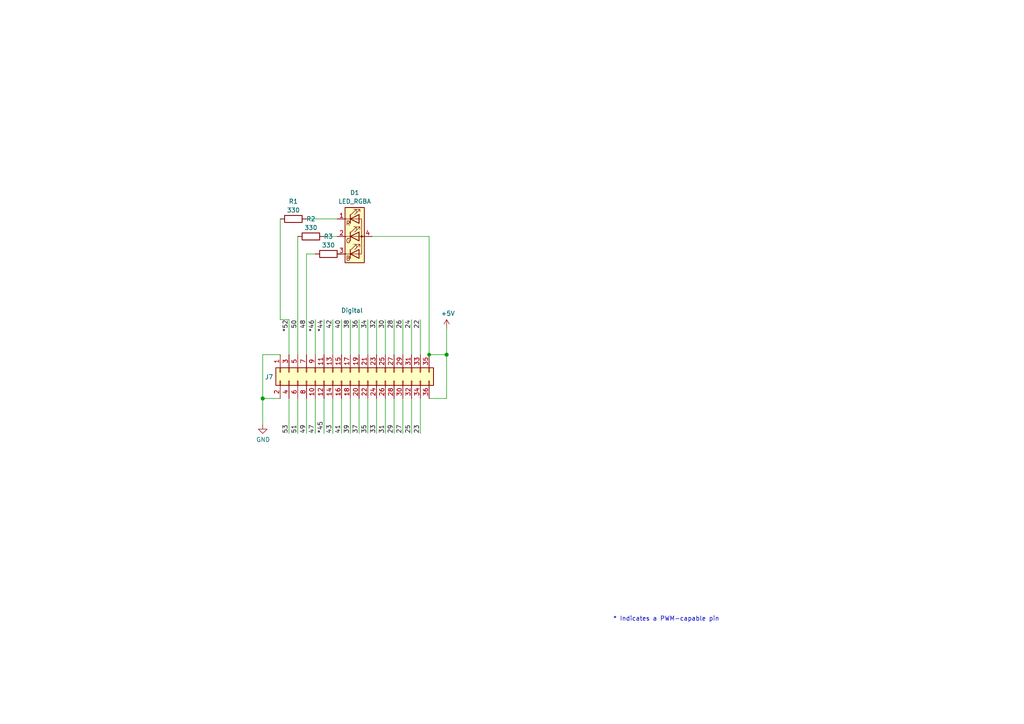
<source format=kicad_sch>
(kicad_sch (version 20230121) (generator eeschema)
  (paper "A4")
  (title_block (date "mar. 31 mars 2015"))
  (lib_symbols
    (symbol "Connector_Generic:Conn_02x18_Odd_Even" (pin_names (offset 1.016) hide)
      (property "Reference" "J" (at 1.27 22.86 0))
      (property "Value" "Conn_02x18_Odd_Even" (at 1.27 -25.4 0))
      (symbol "Conn_02x18_Odd_Even_1_1"
        (rectangle (start -1.27 -22.733) (end 0 -22.987) (stroke (width 0.1524)))
        (rectangle (start -1.27 -20.193) (end 0 -20.447) (stroke (width 0.1524)))
        (rectangle (start -1.27 -17.653) (end 0 -17.907) (stroke (width 0.1524)))
        (rectangle (start -1.27 -15.113) (end 0 -15.367) (stroke (width 0.1524)))
        (rectangle (start -1.27 -12.573) (end 0 -12.827) (stroke (width 0.1524)))
        (rectangle (start -1.27 -10.033) (end 0 -10.287) (stroke (width 0.1524)))
        (rectangle (start -1.27 -7.493) (end 0 -7.747) (stroke (width 0.1524)))
        (rectangle (start -1.27 -4.953) (end 0 -5.207) (stroke (width 0.1524)))
        (rectangle (start -1.27 -2.413) (end 0 -2.667) (stroke (width 0.1524)))
        (rectangle (start -1.27 0.127) (end 0 -0.127) (stroke (width 0.1524)))
        (rectangle (start -1.27 2.667) (end 0 2.413) (stroke (width 0.1524)))
        (rectangle (start -1.27 5.207) (end 0 4.953) (stroke (width 0.1524)))
        (rectangle (start -1.27 7.747) (end 0 7.493) (stroke (width 0.1524)))
        (rectangle (start -1.27 10.287) (end 0 10.033) (stroke (width 0.1524)))
        (rectangle (start -1.27 12.827) (end 0 12.573) (stroke (width 0.1524)))
        (rectangle (start -1.27 15.367) (end 0 15.113) (stroke (width 0.1524)))
        (rectangle (start -1.27 17.907) (end 0 17.653) (stroke (width 0.1524)))
        (rectangle (start -1.27 20.447) (end 0 20.193) (stroke (width 0.1524)))
        (rectangle (start -1.27 21.59) (end 3.81 -24.13) (stroke (width 0.254)) (fill (type background)))
        (rectangle (start 3.81 -22.733) (end 2.54 -22.987) (stroke (width 0.1524)))
        (rectangle (start 3.81 -20.193) (end 2.54 -20.447) (stroke (width 0.1524)))
        (rectangle (start 3.81 -17.653) (end 2.54 -17.907) (stroke (width 0.1524)))
        (rectangle (start 3.81 -15.113) (end 2.54 -15.367) (stroke (width 0.1524)))
        (rectangle (start 3.81 -12.573) (end 2.54 -12.827) (stroke (width 0.1524)))
        (rectangle (start 3.81 -10.033) (end 2.54 -10.287) (stroke (width 0.1524)))
        (rectangle (start 3.81 -7.493) (end 2.54 -7.747) (stroke (width 0.1524)))
        (rectangle (start 3.81 -4.953) (end 2.54 -5.207) (stroke (width 0.1524)))
        (rectangle (start 3.81 -2.413) (end 2.54 -2.667) (stroke (width 0.1524)))
        (rectangle (start 3.81 0.127) (end 2.54 -0.127) (stroke (width 0.1524)))
        (rectangle (start 3.81 2.667) (end 2.54 2.413) (stroke (width 0.1524)))
        (rectangle (start 3.81 5.207) (end 2.54 4.953) (stroke (width 0.1524)))
        (rectangle (start 3.81 7.747) (end 2.54 7.493) (stroke (width 0.1524)))
        (rectangle (start 3.81 10.287) (end 2.54 10.033) (stroke (width 0.1524)))
        (rectangle (start 3.81 12.827) (end 2.54 12.573) (stroke (width 0.1524)))
        (rectangle (start 3.81 15.367) (end 2.54 15.113) (stroke (width 0.1524)))
        (rectangle (start 3.81 17.907) (end 2.54 17.653) (stroke (width 0.1524)))
        (rectangle (start 3.81 20.447) (end 2.54 20.193) (stroke (width 0.1524)))
        (pin passive line (at -5.08 20.32 0) (length 3.81) (name "Pin_1") (number "1"))
        (pin passive line (at 7.62 10.16 180) (length 3.81) (name "Pin_10") (number "10"))
        (pin passive line (at -5.08 7.62 0) (length 3.81) (name "Pin_11") (number "11"))
        (pin passive line (at 7.62 7.62 180) (length 3.81) (name "Pin_12") (number "12"))
        (pin passive line (at -5.08 5.08 0) (length 3.81) (name "Pin_13") (number "13"))
        (pin passive line (at 7.62 5.08 180) (length 3.81) (name "Pin_14") (number "14"))
        (pin passive line (at -5.08 2.54 0) (length 3.81) (name "Pin_15") (number "15"))
        (pin passive line (at 7.62 2.54 180) (length 3.81) (name "Pin_16") (number "16"))
        (pin passive line (at -5.08 0 0) (length 3.81) (name "Pin_17") (number "17"))
        (pin passive line (at 7.62 0 180) (length 3.81) (name "Pin_18") (number "18"))
        (pin passive line (at -5.08 -2.54 0) (length 3.81) (name "Pin_19") (number "19"))
        (pin passive line (at 7.62 20.32 180) (length 3.81) (name "Pin_2") (number "2"))
        (pin passive line (at 7.62 -2.54 180) (length 3.81) (name "Pin_20") (number "20"))
        (pin passive line (at -5.08 -5.08 0) (length 3.81) (name "Pin_21") (number "21"))
        (pin passive line (at 7.62 -5.08 180) (length 3.81) (name "Pin_22") (number "22"))
        (pin passive line (at -5.08 -7.62 0) (length 3.81) (name "Pin_23") (number "23"))
        (pin passive line (at 7.62 -7.62 180) (length 3.81) (name "Pin_24") (number "24"))
        (pin passive line (at -5.08 -10.16 0) (length 3.81) (name "Pin_25") (number "25"))
        (pin passive line (at 7.62 -10.16 180) (length 3.81) (name "Pin_26") (number "26"))
        (pin passive line (at -5.08 -12.7 0) (length 3.81) (name "Pin_27") (number "27"))
        (pin passive line (at 7.62 -12.7 180) (length 3.81) (name "Pin_28") (number "28"))
        (pin passive line (at -5.08 -15.24 0) (length 3.81) (name "Pin_29") (number "29"))
        (pin passive line (at -5.08 17.78 0) (length 3.81) (name "Pin_3") (number "3"))
        (pin passive line (at 7.62 -15.24 180) (length 3.81) (name "Pin_30") (number "30"))
        (pin passive line (at -5.08 -17.78 0) (length 3.81) (name "Pin_31") (number "31"))
        (pin passive line (at 7.62 -17.78 180) (length 3.81) (name "Pin_32") (number "32"))
        (pin passive line (at -5.08 -20.32 0) (length 3.81) (name "Pin_33") (number "33"))
        (pin passive line (at 7.62 -20.32 180) (length 3.81) (name "Pin_34") (number "34"))
        (pin passive line (at -5.08 -22.86 0) (length 3.81) (name "Pin_35") (number "35"))
        (pin passive line (at 7.62 -22.86 180) (length 3.81) (name "Pin_36") (number "36"))
        (pin passive line (at 7.62 17.78 180) (length 3.81) (name "Pin_4") (number "4"))
        (pin passive line (at -5.08 15.24 0) (length 3.81) (name "Pin_5") (number "5"))
        (pin passive line (at 7.62 15.24 180) (length 3.81) (name "Pin_6") (number "6"))
        (pin passive line (at -5.08 12.7 0) (length 3.81) (name "Pin_7") (number "7"))
        (pin passive line (at 7.62 12.7 180) (length 3.81) (name "Pin_8") (number "8"))
        (pin passive line (at -5.08 10.16 0) (length 3.81) (name "Pin_9") (number "9"))
      )
    )
    (symbol "Device:LED_RGBA" (pin_names (offset 0) hide)
      (property "Reference" "D" (at 0 9.398 0))
      (property "Value" "LED_RGBA" (at 0 -8.89 0))
      (symbol "LED_RGBA_0_0"
        (text "B" (at -1.905 -6.35 0) (effects (font (size 1.27 1.27))))
        (text "G" (at -1.905 -1.27 0) (effects (font (size 1.27 1.27))))
        (text "R" (at -1.905 3.81 0) (effects (font (size 1.27 1.27))))
      )
      (symbol "LED_RGBA_0_1"
        (polyline (pts (xy -1.27 -5.08) (xy -2.54 -5.08)))
        (polyline (pts (xy -1.27 -5.08) (xy 1.27 -5.08)))
        (polyline (pts (xy -1.27 -3.81) (xy -1.27 -6.35)) (stroke (width 0.254)))
        (polyline (pts (xy -1.27 0) (xy -2.54 0)))
        (polyline (pts (xy -1.27 1.27) (xy -1.27 -1.27)) (stroke (width 0.254)))
        (polyline (pts (xy -1.27 5.08) (xy -2.54 5.08)))
        (polyline (pts (xy -1.27 5.08) (xy 1.27 5.08)))
        (polyline (pts (xy -1.27 6.35) (xy -1.27 3.81)) (stroke (width 0.254)))
        (polyline (pts (xy 1.27 0) (xy -1.27 0)))
        (polyline (pts (xy 1.27 0) (xy 2.54 0)))
        (polyline (pts (xy -1.27 1.27) (xy -1.27 -1.27) (xy -1.27 -1.27)))
        (polyline (pts (xy -1.27 6.35) (xy -1.27 3.81) (xy -1.27 3.81)))
        (polyline (pts (xy 1.27 -5.08) (xy 2.032 -5.08) (xy 2.032 5.08) (xy 1.27 5.08)))
        (polyline (pts (xy 1.27 -3.81) (xy 1.27 -6.35) (xy -1.27 -5.08) (xy 1.27 -3.81)) (stroke (width 0.254)))
        (polyline (pts (xy 1.27 1.27) (xy 1.27 -1.27) (xy -1.27 0) (xy 1.27 1.27)) (stroke (width 0.254)))
        (polyline (pts (xy 1.27 6.35) (xy 1.27 3.81) (xy -1.27 5.08) (xy 1.27 6.35)) (stroke (width 0.254)))
        (polyline (pts (xy -1.016 -3.81) (xy 0.508 -2.286) (xy -0.254 -2.286) (xy 0.508 -2.286) (xy 0.508 -3.048)))
        (polyline (pts (xy -1.016 1.27) (xy 0.508 2.794) (xy -0.254 2.794) (xy 0.508 2.794) (xy 0.508 2.032)))
        (polyline (pts (xy -1.016 6.35) (xy 0.508 7.874) (xy -0.254 7.874) (xy 0.508 7.874) (xy 0.508 7.112)))
        (polyline (pts (xy 0 -3.81) (xy 1.524 -2.286) (xy 0.762 -2.286) (xy 1.524 -2.286) (xy 1.524 -3.048)))
        (polyline (pts (xy 0 1.27) (xy 1.524 2.794) (xy 0.762 2.794) (xy 1.524 2.794) (xy 1.524 2.032)))
        (polyline (pts (xy 0 6.35) (xy 1.524 7.874) (xy 0.762 7.874) (xy 1.524 7.874) (xy 1.524 7.112)))
        (rectangle (start 1.27 -1.27) (end 1.27 1.27))
        (rectangle (start 1.27 1.27) (end 1.27 1.27))
        (rectangle (start 1.27 3.81) (end 1.27 6.35))
        (rectangle (start 1.27 6.35) (end 1.27 6.35))
        (circle (center 2.032 0) (radius 0.254) (fill (type outline)))
        (rectangle (start 2.794 8.382) (end -2.794 -7.62) (stroke (width 0.254)) (fill (type background)))
      )
      (symbol "LED_RGBA_1_1"
        (pin passive line (at -5.08 5.08 0) (length 2.54) (name "RK") (number "1"))
        (pin passive line (at -5.08 0 0) (length 2.54) (name "GK") (number "2"))
        (pin passive line (at -5.08 -5.08 0) (length 2.54) (name "BK") (number "3"))
        (pin passive line (at 5.08 0 180) (length 2.54) (name "A") (number "4"))
      )
    )
    (symbol "Device:R" (pin_numbers hide) (pin_names (offset 0))
      (property "Reference" "R" (at 2.032 0 90))
      (property "Value" "R" (at 0 0 90))
      (symbol "R_0_1"
        (rectangle (start -1.016 -2.54) (end 1.016 2.54) (stroke (width 0.254)))
      )
      (symbol "R_1_1"
        (pin passive line (at 0 3.81 270) (length 1.27) (name "~") (number "1"))
        (pin passive line (at 0 -3.81 90) (length 1.27) (name "~") (number "2"))
      )
    )
    (symbol "power:+5V" (power) (pin_names (offset 0))
      (property "Value" "+5V" (at 0 3.556 0))
      (symbol "+5V_0_1"
        (polyline (pts (xy -0.762 1.27) (xy 0 2.54)))
        (polyline (pts (xy 0 0) (xy 0 2.54)))
        (polyline (pts (xy 0 2.54) (xy 0.762 1.27)))
      )
      (symbol "+5V_1_1"
        (pin power_in line (at 0 0 90) (length 0) hide (name "+5V") (number "1"))
      )
    )
    (symbol "power:GND" (power) (pin_names (offset 0))
      (property "Value" "GND" (at 0 -3.81 0))
      (symbol "GND_0_1"
        (polyline (pts (xy 0 0) (xy 0 -1.27) (xy 1.27 -1.27) (xy 0 -2.54) (xy -1.27 -1.27) (xy 0 -1.27)))
      )
      (symbol "GND_1_1"
        (pin power_in line (at 0 0 270) (length 0) hide (name "GND") (number "1"))
      )
    )
  )
  (junction (at 76.2 115.57) (diameter 1.016))
  (junction (at 124.46 102.87))
  (junction (at 129.54 102.87) (diameter 1.016))
  (wire (pts (xy 93.98 68.58) (xy 97.79 68.58)))
  (wire (pts (xy 91.44 73.66) (xy 88.9 73.66)))
  (wire (pts (xy 99.06 92.71) (xy 99.06 102.87)))
  (wire (pts (xy 101.6 92.71) (xy 101.6 102.87)))
  (wire (pts (xy 129.54 102.87) (xy 129.54 115.57)))
  (wire (pts (xy 81.28 102.87) (xy 76.2 102.87)))
  (wire (pts (xy 81.28 63.5) (xy 81.28 92.71)))
  (wire (pts (xy 124.46 68.58) (xy 124.46 102.87)))
  (wire (pts (xy 104.14 115.57) (xy 104.14 125.73)))
  (wire (pts (xy 109.22 92.71) (xy 109.22 102.87)))
  (wire (pts (xy 86.36 68.58) (xy 86.36 102.87)))
  (wire (pts (xy 121.92 92.71) (xy 121.92 102.87)))
  (wire (pts (xy 116.84 115.57) (xy 116.84 125.73)))
  (wire (pts (xy 96.52 92.71) (xy 96.52 102.87)))
  (wire (pts (xy 106.68 115.57) (xy 106.68 125.73)))
  (wire (pts (xy 91.44 115.57) (xy 91.44 125.73)))
  (wire (pts (xy 114.3 115.57) (xy 114.3 125.73)))
  (wire (pts (xy 81.28 92.71) (xy 83.82 92.71)))
  (wire (pts (xy 106.68 92.71) (xy 106.68 102.87)))
  (wire (pts (xy 76.2 102.87) (xy 76.2 115.57)))
  (wire (pts (xy 91.44 92.71) (xy 91.44 102.87)))
  (wire (pts (xy 81.28 115.57) (xy 76.2 115.57)))
  (wire (pts (xy 114.3 92.71) (xy 114.3 102.87)))
  (wire (pts (xy 111.76 92.71) (xy 111.76 102.87)))
  (wire (pts (xy 93.98 115.57) (xy 93.98 125.73)))
  (wire (pts (xy 111.76 115.57) (xy 111.76 125.73)))
  (wire (pts (xy 88.9 115.57) (xy 88.9 125.73)))
  (wire (pts (xy 119.38 92.71) (xy 119.38 102.87)))
  (wire (pts (xy 99.06 115.57) (xy 99.06 125.73)))
  (wire (pts (xy 93.98 92.71) (xy 93.98 102.87)))
  (wire (pts (xy 129.54 95.25) (xy 129.54 102.87)))
  (wire (pts (xy 124.46 102.87) (xy 129.54 102.87)))
  (wire (pts (xy 99.06 73.66) (xy 97.79 73.66)))
  (wire (pts (xy 83.82 92.71) (xy 83.82 102.87)))
  (wire (pts (xy 86.36 115.57) (xy 86.36 125.73)))
  (wire (pts (xy 107.95 68.58) (xy 124.46 68.58)))
  (wire (pts (xy 109.22 115.57) (xy 109.22 125.73)))
  (wire (pts (xy 83.82 115.57) (xy 83.82 125.73)))
  (wire (pts (xy 101.6 115.57) (xy 101.6 125.73)))
  (wire (pts (xy 116.84 92.71) (xy 116.84 102.87)))
  (wire (pts (xy 104.14 92.71) (xy 104.14 102.87)))
  (wire (pts (xy 88.9 73.66) (xy 88.9 102.87)))
  (wire (pts (xy 129.54 115.57) (xy 124.46 115.57)))
  (wire (pts (xy 88.9 63.5) (xy 97.79 63.5)))
  (wire (pts (xy 121.92 115.57) (xy 121.92 125.73)))
  (wire (pts (xy 119.38 115.57) (xy 119.38 125.73)))
  (wire (pts (xy 96.52 115.57) (xy 96.52 125.73)))
  (wire (pts (xy 76.2 115.57) (xy 76.2 123.19)))
  (text "* Indicates a PWM-capable pin" (at 177.8 180.34 0) (effects (font (size 1.27 1.27)) (justify left bottom)))
  (label "26" (at 116.84 92.71 270))
  (label "31" (at 111.76 125.73 90))
  (label "22" (at 121.92 92.71 270))
  (label "33" (at 109.22 125.73 90))
  (label "36" (at 104.14 92.71 270))
  (label "*44" (at 93.98 92.71 270))
  (label "*52" (at 83.82 92.71 270))
  (label "40" (at 99.06 92.71 270))
  (label "35" (at 106.68 125.73 90))
  (label "28" (at 114.3 92.71 270))
  (label "23" (at 121.92 125.73 90))
  (label "29" (at 114.3 125.73 90))
  (label "41" (at 99.06 125.73 90))
  (label "30" (at 111.76 92.71 270))
  (label "47" (at 91.44 125.73 90))
  (label "34" (at 106.68 92.71 270))
  (label "*45" (at 93.98 125.73 90))
  (label "38" (at 101.6 92.71 270))
  (label "51" (at 86.36 125.73 90))
  (label "42" (at 96.52 92.71 270))
  (label "53" (at 83.82 125.73 90))
  (label "24" (at 119.38 92.71 270))
  (label "39" (at 101.6 125.73 90))
  (label "27" (at 116.84 125.73 90))
  (label "37" (at 104.14 125.73 90))
  (label "25" (at 119.38 125.73 90))
  (label "*46" (at 91.44 92.71 270))
  (label "50" (at 86.36 92.71 270))
  (label "49" (at 88.9 125.73 90))
  (label "32" (at 109.22 92.71 270))
  (label "43" (at 96.52 125.73 90))
  (label "48" (at 88.9 92.71 270))
  (symbol (lib_id "Connector_Generic:Conn_02x18_Odd_Even") (at 101.6 107.95 90) (mirror x) (unit 1)
    (property "Reference" "J7" (at 79.2479 109.3406 90) (effects (justify left)))
    (property "Value" "Digital" (at 102.108 90.043 90))
    (property "Footprint" "Connector_PinSocket_2.54mm:PinSocket_2x18_P2.54mm_Vertical" (effects hide))
  )
  (symbol (lib_id "power:GND") (at 76.2 123.19 0) (unit 1)
    (property "Reference" "#PWR07" (effects hide))
    (property "Value" "GND" (at 76.3143 127.5144 0))
  )
  (symbol (lib_id "power:+5V") (at 129.54 95.25 0) (unit 1)
    (property "Reference" "#PWR06" (effects hide))
    (property "Value" "+5V" (at 129.9083 90.9256 0))
  )
  (symbol (lib_id "Device:LED_RGBA") (at 102.87 68.58 0) (unit 1)
    (property "Reference" "D1" (at 102.87 55.88 0))
    (property "Value" "LED_RGBA" (at 102.87 58.42 0))
    (property "Footprint" "LED_THT:LED_D5.0mm-4_RGB_Wide_Pins" (effects hide))
  )
  (symbol (lib_id "Device:R") (at 85.09 63.5 90) (unit 1)
    (property "Reference" "R1" (at 85.09 58.42 90))
    (property "Value" "330" (at 85.09 60.96 90))
    (property "Footprint" "Resistor_THT:R_Axial_DIN0204_L3.6mm_D1.6mm_P1.90mm_Vertical" (effects hide))
  )
  (symbol (lib_id "Device:R") (at 90.17 68.58 90) (unit 1)
    (property "Reference" "R2" (at 90.17 63.5 90))
    (property "Value" "330" (at 90.17 66.04 90))
    (property "Footprint" "Resistor_THT:R_Axial_DIN0204_L3.6mm_D1.6mm_P1.90mm_Vertical" (effects hide))
  )
  (symbol (lib_id "Device:R") (at 95.25 73.66 90) (unit 1)
    (property "Reference" "R3" (at 95.25 68.58 90))
    (property "Value" "330" (at 95.25 71.12 90))
    (property "Footprint" "Resistor_THT:R_Axial_DIN0204_L3.6mm_D1.6mm_P1.90mm_Vertical" (effects hide))
  )
)
</source>
